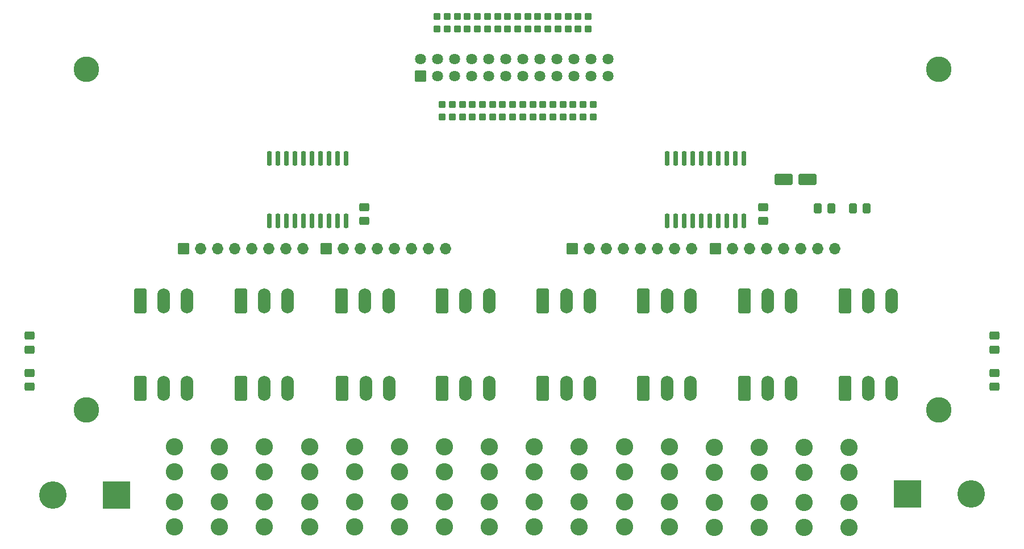
<source format=gbr>
%TF.GenerationSoftware,KiCad,Pcbnew,(6.0.7)*%
%TF.CreationDate,2022-08-24T09:27:26-04:00*%
%TF.ProjectId,PB_16,50425f31-362e-46b6-9963-61645f706362,v3*%
%TF.SameCoordinates,Original*%
%TF.FileFunction,Soldermask,Top*%
%TF.FilePolarity,Negative*%
%FSLAX46Y46*%
G04 Gerber Fmt 4.6, Leading zero omitted, Abs format (unit mm)*
G04 Created by KiCad (PCBNEW (6.0.7)) date 2022-08-24 09:27:26*
%MOMM*%
%LPD*%
G01*
G04 APERTURE LIST*
G04 Aperture macros list*
%AMRoundRect*
0 Rectangle with rounded corners*
0 $1 Rounding radius*
0 $2 $3 $4 $5 $6 $7 $8 $9 X,Y pos of 4 corners*
0 Add a 4 corners polygon primitive as box body*
4,1,4,$2,$3,$4,$5,$6,$7,$8,$9,$2,$3,0*
0 Add four circle primitives for the rounded corners*
1,1,$1+$1,$2,$3*
1,1,$1+$1,$4,$5*
1,1,$1+$1,$6,$7*
1,1,$1+$1,$8,$9*
0 Add four rect primitives between the rounded corners*
20,1,$1+$1,$2,$3,$4,$5,0*
20,1,$1+$1,$4,$5,$6,$7,0*
20,1,$1+$1,$6,$7,$8,$9,0*
20,1,$1+$1,$8,$9,$2,$3,0*%
G04 Aperture macros list end*
%ADD10RoundRect,0.300999X0.450001X-0.325001X0.450001X0.325001X-0.450001X0.325001X-0.450001X-0.325001X0*%
%ADD11RoundRect,0.301000X-0.650000X-1.550000X0.650000X-1.550000X0.650000X1.550000X-0.650000X1.550000X0*%
%ADD12O,1.902000X3.702000*%
%ADD13C,2.577000*%
%ADD14RoundRect,0.051000X-0.800000X-0.800000X0.800000X-0.800000X0.800000X0.800000X-0.800000X0.800000X0*%
%ADD15O,1.702000X1.702000*%
%ADD16C,3.802000*%
%ADD17RoundRect,0.300999X-0.450001X0.325001X-0.450001X-0.325001X0.450001X-0.325001X0.450001X0.325001X0*%
%ADD18RoundRect,0.300999X0.325001X0.450001X-0.325001X0.450001X-0.325001X-0.450001X0.325001X-0.450001X0*%
%ADD19RoundRect,0.051000X2.000000X2.000000X-2.000000X2.000000X-2.000000X-2.000000X2.000000X-2.000000X0*%
%ADD20C,4.102000*%
%ADD21RoundRect,0.051000X-2.000000X-2.000000X2.000000X-2.000000X2.000000X2.000000X-2.000000X2.000000X0*%
%ADD22RoundRect,0.051000X-0.765000X-0.765000X0.765000X-0.765000X0.765000X0.765000X-0.765000X0.765000X0*%
%ADD23C,1.632000*%
%ADD24RoundRect,0.201000X-0.150000X0.875000X-0.150000X-0.875000X0.150000X-0.875000X0.150000X0.875000X0*%
%ADD25RoundRect,0.288500X-0.237500X0.250000X-0.237500X-0.250000X0.237500X-0.250000X0.237500X0.250000X0*%
%ADD26RoundRect,0.288500X0.237500X-0.250000X0.237500X0.250000X-0.237500X0.250000X-0.237500X-0.250000X0*%
%ADD27RoundRect,0.301000X-1.050000X-0.550000X1.050000X-0.550000X1.050000X0.550000X-1.050000X0.550000X0*%
G04 APERTURE END LIST*
D10*
%TO.C,C2*%
X-19216200Y24960700D03*
X-19216200Y27010700D03*
%TD*%
D11*
%TO.C,J2*%
X-112017200Y3500D03*
D12*
X-108517200Y3500D03*
X-105017200Y3500D03*
%TD*%
D11*
%TO.C,J5*%
X-82017200Y13003500D03*
D12*
X-78517200Y13003500D03*
X-75017200Y13003500D03*
%TD*%
D11*
%TO.C,J6*%
X-81902858Y3500D03*
D12*
X-78402858Y3500D03*
X-74902858Y3500D03*
%TD*%
D11*
%TO.C,J7*%
X-67017200Y13003500D03*
D12*
X-63517200Y13003500D03*
X-60017200Y13003500D03*
%TD*%
D11*
%TO.C,J8*%
X-67017200Y3500D03*
D12*
X-63517200Y3500D03*
X-60017200Y3500D03*
%TD*%
D11*
%TO.C,J9*%
X-52017200Y13003500D03*
D12*
X-48517200Y13003500D03*
X-45017200Y13003500D03*
%TD*%
D11*
%TO.C,J10*%
X-52017200Y3500D03*
D12*
X-48517200Y3500D03*
X-45017200Y3500D03*
%TD*%
D11*
%TO.C,J11*%
X-37017200Y13003500D03*
D12*
X-33517200Y13003500D03*
X-30017200Y13003500D03*
%TD*%
D11*
%TO.C,J12*%
X-37017200Y3500D03*
D12*
X-33517200Y3500D03*
X-30017200Y3500D03*
%TD*%
D11*
%TO.C,J13*%
X-22017200Y13003500D03*
D12*
X-18517200Y13003500D03*
X-15017200Y13003500D03*
%TD*%
D11*
%TO.C,J14*%
X-22017200Y3500D03*
D12*
X-18517200Y3500D03*
X-15017200Y3500D03*
%TD*%
D11*
%TO.C,J15*%
X-7017200Y13003500D03*
D12*
X-3517200Y13003500D03*
X-17200Y13003500D03*
%TD*%
D11*
%TO.C,J16*%
X-7017200Y3500D03*
D12*
X-3517200Y3500D03*
X-17200Y3500D03*
%TD*%
D13*
%TO.C,F1*%
X-106894600Y-20685100D03*
X-106894600Y-16985100D03*
X-106894600Y-12485100D03*
X-106894600Y-8785100D03*
%TD*%
%TO.C,F7*%
X-66692002Y-20695100D03*
X-66692002Y-16995100D03*
X-66692002Y-12495100D03*
X-66692002Y-8795100D03*
%TD*%
%TO.C,F14*%
X-19788971Y-20760100D03*
X-19788971Y-17060100D03*
X-19788971Y-12560100D03*
X-19788971Y-8860100D03*
%TD*%
D10*
%TO.C,C1*%
X-78616200Y24960700D03*
X-78616200Y27010700D03*
%TD*%
D13*
%TO.C,F2*%
X-100194167Y-20700100D03*
X-100194167Y-17000100D03*
X-100194167Y-12500100D03*
X-100194167Y-8800100D03*
%TD*%
%TO.C,F6*%
X-73392435Y-20695100D03*
X-73392435Y-16995100D03*
X-73392435Y-12495100D03*
X-73392435Y-8795100D03*
%TD*%
%TO.C,F8*%
X-59991569Y-20695100D03*
X-59991569Y-16995100D03*
X-59991569Y-12495100D03*
X-59991569Y-8795100D03*
%TD*%
%TO.C,F9*%
X-53291136Y-20695100D03*
X-53291136Y-16995100D03*
X-53291136Y-12495100D03*
X-53291136Y-8795100D03*
%TD*%
%TO.C,F10*%
X-46590703Y-20695100D03*
X-46590703Y-16995100D03*
X-46590703Y-12495100D03*
X-46590703Y-8795100D03*
%TD*%
%TO.C,F16*%
X-6388100Y-20760100D03*
X-6388100Y-17060100D03*
X-6388100Y-12560100D03*
X-6388100Y-8860100D03*
%TD*%
%TO.C,F5*%
X-80092868Y-20695100D03*
X-80092868Y-16995100D03*
X-80092868Y-12495100D03*
X-80092868Y-8795100D03*
%TD*%
%TO.C,F3*%
X-93493734Y-20700100D03*
X-93493734Y-17000100D03*
X-93493734Y-12500100D03*
X-93493734Y-8800100D03*
%TD*%
%TO.C,F13*%
X-26489404Y-20760100D03*
X-26489404Y-17060100D03*
X-26489404Y-12560100D03*
X-26489404Y-8860100D03*
%TD*%
D14*
%TO.C,RN1*%
X-105555700Y20789900D03*
D15*
X-103015700Y20789900D03*
X-100475700Y20789900D03*
X-97935700Y20789900D03*
X-95395700Y20789900D03*
X-92855700Y20789900D03*
X-90315700Y20789900D03*
X-87775700Y20789900D03*
%TD*%
D13*
%TO.C,F11*%
X-39890270Y-20695100D03*
X-39890270Y-16995100D03*
X-39890270Y-12495100D03*
X-39890270Y-8795100D03*
%TD*%
D14*
%TO.C,RN3*%
X-47631000Y20789900D03*
D15*
X-45091000Y20789900D03*
X-42551000Y20789900D03*
X-40011000Y20789900D03*
X-37471000Y20789900D03*
X-34931000Y20789900D03*
X-32391000Y20789900D03*
X-29851000Y20789900D03*
%TD*%
D14*
%TO.C,RN4*%
X-26304600Y20789900D03*
D15*
X-23764600Y20789900D03*
X-21224600Y20789900D03*
X-18684600Y20789900D03*
X-16144600Y20789900D03*
X-13604600Y20789900D03*
X-11064600Y20789900D03*
X-8524600Y20789900D03*
%TD*%
D14*
%TO.C,RN2*%
X-84264500Y20789900D03*
D15*
X-81724500Y20789900D03*
X-79184500Y20789900D03*
X-76644500Y20789900D03*
X-74104500Y20789900D03*
X-71564500Y20789900D03*
X-69024500Y20789900D03*
X-66484500Y20789900D03*
%TD*%
D13*
%TO.C,F4*%
X-86793301Y-20700100D03*
X-86793301Y-17000100D03*
X-86793301Y-12500100D03*
X-86793301Y-8800100D03*
%TD*%
D11*
%TO.C,J1*%
X-112017200Y13003500D03*
D12*
X-108517200Y13003500D03*
X-105017200Y13003500D03*
%TD*%
D11*
%TO.C,J3*%
X-97017200Y13003500D03*
D12*
X-93517200Y13003500D03*
X-90017200Y13003500D03*
%TD*%
D11*
%TO.C,J4*%
X-97017200Y3500D03*
D12*
X-93517200Y3500D03*
X-90017200Y3500D03*
%TD*%
D13*
%TO.C,F15*%
X-13088538Y-20760100D03*
X-13088538Y-17060100D03*
X-13088538Y-12560100D03*
X-13088538Y-8860100D03*
%TD*%
%TO.C,F12*%
X-33189837Y-20695100D03*
X-33189837Y-16995100D03*
X-33189837Y-12495100D03*
X-33189837Y-8795100D03*
%TD*%
D16*
%TO.C,REF\u002A\u002A*%
X-120004200Y47536900D03*
%TD*%
%TO.C,REF\u002A\u002A*%
X6995800Y47536900D03*
%TD*%
D17*
%TO.C,D3*%
X-128516200Y7797500D03*
X-128516200Y5747500D03*
%TD*%
%TO.C,R1*%
X-128516200Y2236500D03*
X-128516200Y186500D03*
%TD*%
D18*
%TO.C,D5*%
X-8991200Y26785700D03*
X-11041200Y26785700D03*
%TD*%
%TO.C,R3*%
X-3791200Y26785700D03*
X-5841200Y26785700D03*
%TD*%
D19*
%TO.C,J17*%
X-115516200Y-15914300D03*
D20*
X-125016200Y-15914300D03*
%TD*%
D16*
%TO.C,REF\u002A\u002A*%
X7010400Y-3263100D03*
%TD*%
D21*
%TO.C,J18*%
X2283800Y-15814300D03*
D20*
X11783800Y-15814300D03*
%TD*%
D17*
%TO.C,R2*%
X15283800Y2236500D03*
X15283800Y186500D03*
%TD*%
%TO.C,D4*%
X15283800Y7797500D03*
X15283800Y5747500D03*
%TD*%
D22*
%TO.C,J20*%
X-70286200Y46543200D03*
D23*
X-70286200Y49083200D03*
X-67746200Y46543200D03*
X-67746200Y49083200D03*
X-65206200Y46543200D03*
X-65206200Y49083200D03*
X-62666200Y46543200D03*
X-62666200Y49083200D03*
X-60126200Y46543200D03*
X-60126200Y49083200D03*
X-57586200Y46543200D03*
X-57586200Y49083200D03*
X-55046200Y46543200D03*
X-55046200Y49083200D03*
X-52506200Y46543200D03*
X-52506200Y49083200D03*
X-49966200Y46543200D03*
X-49966200Y49083200D03*
X-47426200Y46543200D03*
X-47426200Y49083200D03*
X-44886200Y46543200D03*
X-44886200Y49083200D03*
X-42346200Y46543200D03*
X-42346200Y49083200D03*
%TD*%
D24*
%TO.C,U2*%
X-22101200Y34235700D03*
X-23371200Y34235700D03*
X-24641200Y34235700D03*
X-25911200Y34235700D03*
X-27181200Y34235700D03*
X-28451200Y34235700D03*
X-29721200Y34235700D03*
X-30991200Y34235700D03*
X-32261200Y34235700D03*
X-33531200Y34235700D03*
X-33531200Y24935700D03*
X-32261200Y24935700D03*
X-30991200Y24935700D03*
X-29721200Y24935700D03*
X-28451200Y24935700D03*
X-27181200Y24935700D03*
X-25911200Y24935700D03*
X-24641200Y24935700D03*
X-23371200Y24935700D03*
X-22101200Y24935700D03*
%TD*%
%TO.C,U1*%
X-81301200Y34235700D03*
X-82571200Y34235700D03*
X-83841200Y34235700D03*
X-85111200Y34235700D03*
X-86381200Y34235700D03*
X-87651200Y34235700D03*
X-88921200Y34235700D03*
X-90191200Y34235700D03*
X-91461200Y34235700D03*
X-92731200Y34235700D03*
X-92731200Y24935700D03*
X-91461200Y24935700D03*
X-90191200Y24935700D03*
X-88921200Y24935700D03*
X-87651200Y24935700D03*
X-86381200Y24935700D03*
X-85111200Y24935700D03*
X-83841200Y24935700D03*
X-82571200Y24935700D03*
X-81301200Y24935700D03*
%TD*%
D25*
%TO.C,R25*%
X-64016200Y42298200D03*
X-64016200Y40473200D03*
%TD*%
%TO.C,R30*%
X-47516200Y42298200D03*
X-47516200Y40473200D03*
%TD*%
%TO.C,R28*%
X-44516200Y42298200D03*
X-44516200Y40473200D03*
%TD*%
%TO.C,R23*%
X-61016200Y42298200D03*
X-61016200Y40473200D03*
%TD*%
%TO.C,R29*%
X-46016200Y42298200D03*
X-46016200Y40473200D03*
%TD*%
%TO.C,R22*%
X-59516200Y42298200D03*
X-59516200Y40473200D03*
%TD*%
%TO.C,R34*%
X-53516200Y42298200D03*
X-53516200Y40473200D03*
%TD*%
%TO.C,R21*%
X-58016200Y42298200D03*
X-58016200Y40473200D03*
%TD*%
%TO.C,R35*%
X-55016200Y42298200D03*
X-55016200Y40473200D03*
%TD*%
D26*
%TO.C,R14*%
X-52766200Y53573200D03*
X-52766200Y55398200D03*
%TD*%
%TO.C,R6*%
X-64766200Y53573200D03*
X-64766200Y55398200D03*
%TD*%
D25*
%TO.C,R26*%
X-65516200Y42298200D03*
X-65516200Y40473200D03*
%TD*%
%TO.C,R24*%
X-62516200Y42298200D03*
X-62516200Y40473200D03*
%TD*%
D26*
%TO.C,R5*%
X-66266200Y53573200D03*
X-66266200Y55398200D03*
%TD*%
%TO.C,R13*%
X-54266200Y53573200D03*
X-54266200Y55398200D03*
%TD*%
%TO.C,R16*%
X-49766200Y53573200D03*
X-49766200Y55398200D03*
%TD*%
%TO.C,R10*%
X-58766200Y53573200D03*
X-58766200Y55398200D03*
%TD*%
%TO.C,R9*%
X-60266200Y53573200D03*
X-60266200Y55398200D03*
%TD*%
D25*
%TO.C,R31*%
X-49016200Y42298200D03*
X-49016200Y40473200D03*
%TD*%
D26*
%TO.C,R15*%
X-51266200Y53573200D03*
X-51266200Y55398200D03*
%TD*%
%TO.C,R7*%
X-63266200Y53573200D03*
X-63266200Y55398200D03*
%TD*%
%TO.C,R11*%
X-57266200Y53573200D03*
X-57266200Y55398200D03*
%TD*%
D16*
%TO.C,REF\u002A\u002A*%
X-119989600Y-3263100D03*
%TD*%
D25*
%TO.C,R27*%
X-67016200Y42298200D03*
X-67016200Y40473200D03*
%TD*%
D26*
%TO.C,R17*%
X-48266200Y53573200D03*
X-48266200Y55398200D03*
%TD*%
%TO.C,R8*%
X-61766200Y53573200D03*
X-61766200Y55398200D03*
%TD*%
%TO.C,R19*%
X-45266200Y53573200D03*
X-45266200Y55398200D03*
%TD*%
D27*
%TO.C,C3*%
X-16166200Y31085700D03*
X-12566200Y31085700D03*
%TD*%
D26*
%TO.C,R4*%
X-67766200Y53573200D03*
X-67766200Y55398200D03*
%TD*%
D25*
%TO.C,R20*%
X-56516200Y42298200D03*
X-56516200Y40473200D03*
%TD*%
D26*
%TO.C,R12*%
X-55766200Y53573200D03*
X-55766200Y55398200D03*
%TD*%
D25*
%TO.C,R33*%
X-52016200Y42298200D03*
X-52016200Y40473200D03*
%TD*%
D26*
%TO.C,R18*%
X-46766200Y53573200D03*
X-46766200Y55398200D03*
%TD*%
D25*
%TO.C,R32*%
X-50516200Y42298200D03*
X-50516200Y40473200D03*
%TD*%
M02*

</source>
